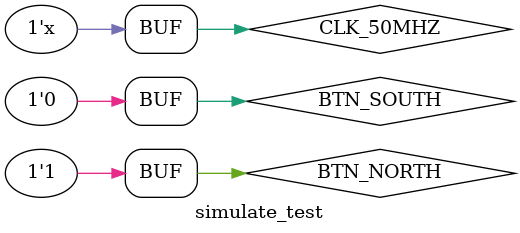
<source format=v>
`timescale 1ns / 1ps


module simulate_test;

	// Inputs
	reg BTN_NORTH;
	reg BTN_SOUTH;
	reg CLK_50MHZ;

	// Outputs
	wire [11:8] SF_D;
	wire LCD_E;
	wire LCD_RS;
	wire LCD_RW;

	// Instantiate the Unit Under Test (UUT)
	TopLevel uut (
		.BTN_NORTH(BTN_NORTH), 
		.BTN_SOUTH(BTN_SOUTH), 
		.CLK_50MHZ(CLK_50MHZ), 
		.SF_D(SF_D), 
		.LCD_E(LCD_E), 
		.LCD_RS(LCD_RS), 
		.LCD_RW(LCD_RW)
	);

	always begin
		#20;
		CLK_50MHZ = ~CLK_50MHZ;
	end

	initial begin
		// Initialize Inputs
		BTN_NORTH = 1;
		BTN_SOUTH = 1;
		CLK_50MHZ = 0;

		// Wait 100 ns for global reset to finish
		#100;
        
		// Add stimulus here
		
		// Hey, reset
		BTN_NORTH = 0;
		#1000;
		
		// now start
		BTN_NORTH = 1;
		BTN_SOUTH = 0;
		#1000;
		
		BTN_SOUTH = 0;
	end
      
endmodule


</source>
